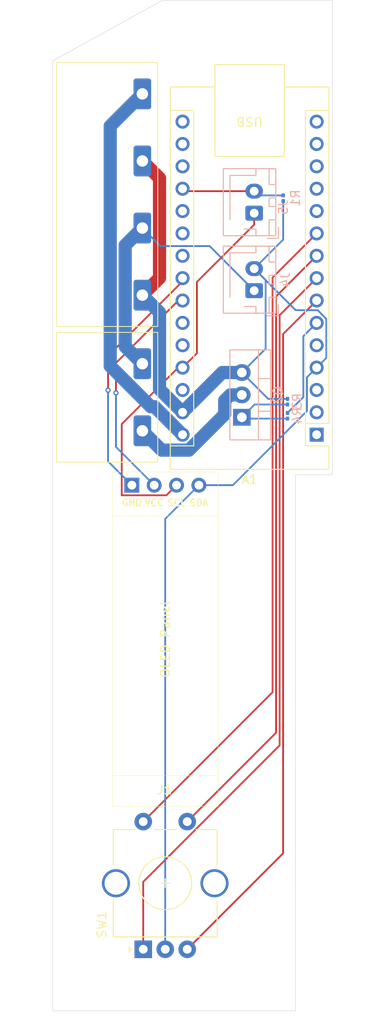
<source format=kicad_pcb>
(kicad_pcb (version 20241229) (generator "pcbnew") (generator_version "9.0")
  (layers (0 "F.Cu" signal) (2 "B.Cu" signal) (13 "F.Paste" user) (15 "B.Paste" user) (5 "F.SilkS" user "F.Silkscreen") (7 "B.SilkS" user "B.Silkscreen") (1 "F.Mask" user) (3 "B.Mask" user) (25 "Edge.Cuts" user))
  (net 0 "")
  (net 3 "GND")
  (net 5 "/Thermistor")
  (net 6 "/EC11SWA")
  (net 7 "/EC11B")
  (net 8 "/EC11SWB")
  (net 14 "+12V")
  (net 16 "/SCL")
  (net 17 "/EC11A")
  (net 19 "/Heater")
  (net 22 "/SDA")
  (net 26 "+5V")
  (net 30 "/Heater GND")
  (net 31 "Net-(Q2-G)")
  (net 32 "+24V")
  (footprint "KICADCustom:SSD1306-0.91-OLED-4pin-128x32" (layer "F.Cu") (at 129.215 122.685 90)
    (property "Reference" "J1" (at 1.9 5.91 0) (layer "F.SilkS"))
    (property "Value" "0.91in OLED Display")
    (fp_line (start 38 0) (end 0 0) (stroke (width 0.04)) (layer "F.SilkS"))
    (fp_line (start 33 0) (end 33 12) (stroke (width 0.04)) (layer "F.SilkS"))
    (fp_line (start 3.5 0) (end 3.5 12) (stroke (width 0.04)) (layer "F.SilkS"))
    (fp_line (start 0 0) (end 0 12) (stroke (width 0.04)) (layer "F.SilkS"))
    (fp_line (start 38 12) (end 38 0) (stroke (width 0.04)) (layer "F.SilkS"))
    (fp_line (start 0 12) (end 38 12) (stroke (width 0.04)) (layer "F.SilkS"))
    (fp_text user "VCC" (at 34.5 4.73 0) (layer "F.SilkS") (effects (font (size 0.75 0.75))))
    (fp_text user "GND" (at 34.5 2.19 0) (layer "F.SilkS") (effects (font (size 0.75 0.75))))
    (fp_text user "OLED Panel" (at 19 6 90) (layer "F.SilkS"))
    (fp_text user "SDA" (at 34.5 9.81 0) (layer "F.SilkS") (effects (font (size 0.75 0.75))))
    (fp_text user "SCL" (at 34.5 7.27 0) (layer "F.SilkS") (effects (font (size 0.75 0.75))))
    (pad "1" thru_hole rect (at 36.5 2.19 90) (size 1.7 1.7) (drill 1) (layers "*.Cu" "*.Mask") (net 22 "/SDA"))
    (pad "2" thru_hole oval (at 36.5 4.73 90) (size 1.7 1.7) (drill 1) (layers "*.Cu" "*.Mask") (net 16 "/SCL"))
    (pad "3" thru_hole oval (at 36.5 7.27 90) (size 1.7 1.7) (drill 1) (layers "*.Cu" "*.Mask") (net 26 "+5V"))
    (pad "4" thru_hole oval (at 36.5 9.81 90) (size 1.7 1.7) (drill 1) (layers "*.Cu" "*.Mask") (net 3 "GND"))
  )
  (footprint "MountingHole:MountingHole_3.2mm_M3" (layer "F.Cu") (at 146.5 142.4)
    (property "Reference" "REF**" (hide yes))
    (property "Value" "MountingHole_3.2mm_M3")
    (pad "" np_thru_hole circle (at 0 0) (size 3.2 3.2) (drill 3.2) (layers "*.Cu" "*.Mask"))
  )
  (footprint "Rotary_Encoder:RotaryEncoder_Alps_EC11E-Switch_Vertical_H20mm_CircularMountingHoles" (layer "F.Cu") (at 132.7 138.9 90)
    (property "Reference" "SW1" (at 2.8 -4.7 90) (layer "F.SilkS"))
    (property "Value" "EC11 RotaryEncoder_Switch")
    (fp_line (start 13.6 -3.4) (end 13.6 -1) (stroke (width 0.12)) (layer "F.SilkS"))
    (fp_line (start 9.5 -3.4) (end 13.6 -3.4) (stroke (width 0.12)) (layer "F.SilkS"))
    (fp_line (start 5.5 -3.4) (end 1.4 -3.4) (stroke (width 0.12)) (layer "F.SilkS"))
    (fp_line (start 1.4 -3.4) (end 1.4 8.4) (stroke (width 0.12)) (layer "F.SilkS"))
    (fp_line (start 0.3 -1.6) (end 0 -1.3) (stroke (width 0.12)) (layer "F.SilkS"))
    (fp_line (start -0.3 -1.6) (end 0.3 -1.6) (stroke (width 0.12)) (layer "F.SilkS"))
    (fp_line (start 0 -1.3) (end -0.3 -1.6) (stroke (width 0.12)) (layer "F.SilkS"))
    (fp_line (start 13.6 1.2) (end 13.6 3.8) (stroke (width 0.12)) (layer "F.SilkS"))
    (fp_line (start 7.5 2) (end 7.5 3) (stroke (width 0.12)) (layer "F.SilkS"))
    (fp_line (start 7 2.5) (end 8 2.5) (stroke (width 0.12)) (layer "F.SilkS"))
    (fp_line (start 13.6 6) (end 13.6 8.4) (stroke (width 0.12)) (layer "F.SilkS"))
    (fp_line (start 13.6 8.4) (end 9.5 8.4) (stroke (width 0.12)) (layer "F.SilkS"))
    (fp_line (start 5.5 8.4) (end 1.4 8.4) (stroke (width 0.12)) (layer "F.SilkS"))
    (fp_circle (center 7.5 2.5) (end 10.5 2.5) (stroke (width 0.12)) (fill no) (layer "F.SilkS"))
    (pad "A" thru_hole rect (at 0 0 90) (size 2 2) (drill 1) (layers "*.Cu" "*.Mask") (net 17 "/EC11A"))
    (pad "B" thru_hole circle (at 0 5 90) (size 2 2) (drill 1) (layers "*.Cu" "*.Mask") (net 7 "/EC11B"))
    (pad "C" thru_hole circle (at 0 2.5 90) (size 2 2) (drill 1) (layers "*.Cu" "*.Mask") (net 3 "GND"))
    (pad "MP" thru_hole circle (at 7.5 -3.1 90) (size 3.2 3.2) (drill 2.6) (layers "*.Cu" "*.Mask"))
    (pad "MP" thru_hole circle (at 7.5 8.1 90) (size 3.2 3.2) (drill 2.6) (layers "*.Cu" "*.Mask"))
    (pad "S1" thru_hole circle (at 14.5 5 90) (size 2 2) (drill 1) (layers "*.Cu" "*.Mask") (net 6 "/EC11SWA"))
    (pad "S2" thru_hole circle (at 14.5 0 90) (size 2 2) (drill 1) (layers "*.Cu" "*.Mask") (net 8 "/EC11SWB"))
  )
  (footprint "MountingHole:MountingHole_3.2mm_M3" (layer "F.Cu") (at 136.3 34.6)
    (property "Reference" "REF**" (hide yes))
    (property "Value" "MountingHole_3.2mm_M3")
    (pad "" np_thru_hole circle (at 0 0) (size 3.2 3.2) (drill 3.2) (layers "*.Cu" "*.Mask"))
  )
  (footprint "KICADCustom:Screw Terminal 2 Pin 7.62mmP" (layer "F.Cu") (at 132.6 72.39 -90)
    (property "Reference" "J6" (hide yes))
    (property "Value" "Screw_Terminal_01x02")
    (fp_rect (start -3.56 -1.75) (end 11.18 9.75) (stroke (width 0.1)) (fill no) (layer "F.SilkS"))
    (pad "1" thru_hole roundrect (at 0 0 270) (size 3.5 2) (drill 1.3) (layers "*.Cu" "*.Mask") (roundrect_rratio 0.15) (net 32 "+24V"))
    (pad "2" thru_hole roundrect (at 7.62 0 270) (size 3.5 2) (drill 1.3) (layers "*.Cu" "*.Mask") (roundrect_rratio 0.15) (net 30 "/Heater GND"))
  )
  (footprint "MountingHole:MountingHole_3.2mm_M3" (layer "F.Cu") (at 150.7 34.6)
    (property "Reference" "REF**" (hide yes))
    (property "Value" "MountingHole_3.2mm_M3")
    (pad "" np_thru_hole circle (at 0 0) (size 3.2 3.2) (drill 3.2) (layers "*.Cu" "*.Mask"))
  )
  (footprint "MountingHole:MountingHole_3.2mm_M3" (layer "F.Cu") (at 125.9 142.4)
    (property "Reference" "REF**" (hide yes))
    (property "Value" "MountingHole_3.2mm_M3")
    (pad "" np_thru_hole circle (at 0 0) (size 3.2 3.2) (drill 3.2) (layers "*.Cu" "*.Mask"))
  )
  (footprint "KICADCustom:Screw Terminal 4 Pin 7.62mmP" (layer "F.Cu") (at 132.6 41.74 -90)
    (property "Reference" "J2" (hide yes))
    (property "Value" "Screw_Terminal_01x04 IN")
    (fp_rect (start -3.56 -1.75) (end 26.42 9.75) (stroke (width 0.1)) (fill no) (layer "F.SilkS"))
    (pad "1" thru_hole roundrect (at 0 0 270) (size 3.5 2) (drill 1.3) (layers "*.Cu" "*.Mask") (roundrect_rratio 0.15) (net 14 "+12V"))
    (pad "2" thru_hole roundrect (at 7.62 0 270) (size 3.5 2) (drill 1.3) (layers "*.Cu" "*.Mask") (roundrect_rratio 0.15) (net 3 "GND"))
    (pad "3" thru_hole roundrect (at 15.24 0 270) (size 3.5 2) (drill 1.3) (layers "*.Cu" "*.Mask") (roundrect_rratio 0.15) (net 32 "+24V"))
    (pad "4" thru_hole roundrect (at 22.86 0 270) (size 3.5 2) (drill 1.3) (layers "*.Cu" "*.Mask") (roundrect_rratio 0.15) (net 3 "GND"))
  )
  (footprint "Module:Arduino_Nano" (layer "F.Cu") (at 152.41 80.45 180)
    (property "Reference" "A1" (at 7.62 -5.08 0) (layer "F.SilkS"))
    (property "Value" "Arduino_Nano_v3.x")
    (fp_line (start 16.64 39.5) (end 16.64 -3.94) (stroke (width 0.12)) (layer "F.SilkS"))
    (fp_line (start 16.64 39.5) (end 11.56 39.5) (stroke (width 0.12)) (layer "F.SilkS"))
    (fp_line (start 16.64 -3.94) (end -1.4 -3.94) (stroke (width 0.12)) (layer "F.SilkS"))
    (fp_line (start 13.97 36.83) (end 16.64 36.83) (stroke (width 0.12)) (layer "F.SilkS"))
    (fp_line (start 13.97 -1.27) (end 16.64 -1.27) (stroke (width 0.12)) (layer "F.SilkS"))
    (fp_line (start 13.97 -1.27) (end 13.97 36.83) (stroke (width 0.12)) (layer "F.SilkS"))
    (fp_line (start 11.56 42.04) (end 3.68 42.04) (stroke (width 0.12)) (layer "F.SilkS"))
    (fp_line (start 11.56 31.62) (end 11.56 42.04) (stroke (width 0.12)) (layer "F.SilkS"))
    (fp_line (start 3.68 42.04) (end 3.68 31.62) (stroke (width 0.12)) (layer "F.SilkS"))
    (fp_line (start 3.68 31.62) (end 11.56 31.62) (stroke (width 0.12)) (layer "F.SilkS"))
    (fp_line (start 1.27 36.83) (end -1.4 36.83) (stroke (width 0.12)) (layer "F.SilkS"))
    (fp_line (start 1.27 1.27) (end 1.27 36.83) (stroke (width 0.12)) (layer "F.SilkS"))
    (fp_line (start 1.27 1.27) (end 1.27 -1.27) (stroke (width 0.12)) (layer "F.SilkS"))
    (fp_line (start 1.27 1.27) (end -1.4 1.27) (stroke (width 0.12)) (layer "F.SilkS"))
    (fp_line (start 1.27 -1.27) (end -1.4 -1.27) (stroke (width 0.12)) (layer "F.SilkS"))
    (fp_line (start -1.4 39.5) (end 3.68 39.5) (stroke (width 0.12)) (layer "F.SilkS"))
    (fp_line (start -1.4 1.27) (end -1.4 39.5) (stroke (width 0.12)) (layer "F.SilkS"))
    (fp_line (start -1.4 -3.94) (end -1.4 -1.27) (stroke (width 0.12)) (layer "F.SilkS"))
    (fp_text user "USB" (at 7.62 35.56 180) (layer "F.SilkS"))
    (pad "1" thru_hole rect (at 0 0 180) (size 1.6 1.6) (drill 1) (layers "*.Cu" "*.Mask"))
    (pad "2" thru_hole oval (at 0 2.54 180) (size 1.6 1.6) (drill 1) (layers "*.Cu" "*.Mask"))
    (pad "3" thru_hole oval (at 0 5.08 180) (size 1.6 1.6) (drill 1) (layers "*.Cu" "*.Mask"))
    (pad "4" thru_hole oval (at 0 7.62 180) (size 1.6 1.6) (drill 1) (layers "*.Cu" "*.Mask") (net 3 "GND"))
    (pad "5" thru_hole oval (at 0 10.16 180) (size 1.6 1.6) (drill 1) (layers "*.Cu" "*.Mask"))
    (pad "6" thru_hole oval (at 0 12.7 180) (size 1.6 1.6) (drill 1) (layers "*.Cu" "*.Mask") (net 19 "/Heater"))
    (pad "7" thru_hole oval (at 0 15.24 180) (size 1.6 1.6) (drill 1) (layers "*.Cu" "*.Mask") (net 7 "/EC11B"))
    (pad "8" thru_hole oval (at 0 17.78 180) (size 1.6 1.6) (drill 1) (layers "*.Cu" "*.Mask") (net 17 "/EC11A"))
    (pad "9" thru_hole oval (at 0 20.32 180) (size 1.6 1.6) (drill 1) (layers "*.Cu" "*.Mask") (net 6 "/EC11SWA"))
    (pad "10" thru_hole oval (at 0 22.86 180) (size 1.6 1.6) (drill 1) (layers "*.Cu" "*.Mask") (net 8 "/EC11SWB"))
    (pad "11" thru_hole oval (at 0 25.4 180) (size 1.6 1.6) (drill 1) (layers "*.Cu" "*.Mask"))
    (pad "12" thru_hole oval (at 0 27.94 180) (size 1.6 1.6) (drill 1) (layers "*.Cu" "*.Mask"))
    (pad "13" thru_hole oval (at 0 30.48 180) (size 1.6 1.6) (drill 1) (layers "*.Cu" "*.Mask"))
    (pad "14" thru_hole oval (at 0 33.02 180) (size 1.6 1.6) (drill 1) (layers "*.Cu" "*.Mask"))
    (pad "15" thru_hole oval (at 0 35.56 180) (size 1.6 1.6) (drill 1) (layers "*.Cu" "*.Mask"))
    (pad "16" thru_hole oval (at 15.24 35.56 180) (size 1.6 1.6) (drill 1) (layers "*.Cu" "*.Mask"))
    (pad "17" thru_hole oval (at 15.24 33.02 180) (size 1.6 1.6) (drill 1) (layers "*.Cu" "*.Mask"))
    (pad "18" thru_hole oval (at 15.24 30.48 180) (size 1.6 1.6) (drill 1) (layers "*.Cu" "*.Mask"))
    (pad "19" thru_hole oval (at 15.24 27.94 180) (size 1.6 1.6) (drill 1) (layers "*.Cu" "*.Mask") (net 5 "/Thermistor"))
    (pad "20" thru_hole oval (at 15.24 25.4 180) (size 1.6 1.6) (drill 1) (layers "*.Cu" "*.Mask"))
    (pad "21" thru_hole oval (at 15.24 22.86 180) (size 1.6 1.6) (drill 1) (layers "*.Cu" "*.Mask"))
    (pad "22" thru_hole oval (at 15.24 20.32 180) (size 1.6 1.6) (drill 1) (layers "*.Cu" "*.Mask"))
    (pad "23" thru_hole oval (at 15.24 17.78 180) (size 1.6 1.6) (drill 1) (layers "*.Cu" "*.Mask") (net 22 "/SDA"))
    (pad "24" thru_hole oval (at 15.24 15.24 180) (size 1.6 1.6) (drill 1) (layers "*.Cu" "*.Mask") (net 16 "/SCL"))
    (pad "25" thru_hole oval (at 15.24 12.7 180) (size 1.6 1.6) (drill 1) (layers "*.Cu" "*.Mask"))
    (pad "26" thru_hole oval (at 15.24 10.16 180) (size 1.6 1.6) (drill 1) (layers "*.Cu" "*.Mask"))
    (pad "27" thru_hole oval (at 15.24 7.62 180) (size 1.6 1.6) (drill 1) (layers "*.Cu" "*.Mask") (net 26 "+5V"))
    (pad "28" thru_hole oval (at 15.24 5.08 180) (size 1.6 1.6) (drill 1) (layers "*.Cu" "*.Mask"))
    (pad "29" thru_hole oval (at 15.24 2.54 180) (size 1.6 1.6) (drill 1) (layers "*.Cu" "*.Mask") (net 3 "GND"))
    (pad "30" thru_hole oval (at 15.24 0 180) (size 1.6 1.6) (drill 1) (layers "*.Cu" "*.Mask") (net 14 "+12V"))
  )
  (footprint "Resistor_SMD:R_0201_0603Metric" (layer "B.Cu") (at 149.1 78.3 -90)
    (property "Reference" "R4" (at 0 -1.1 90) (layer "B.SilkS") (effects (justify mirror)))
    (property "Value" "R220")
    (pad "1" smd roundrect (at -0.32 0 270) (size 0.46 0.4) (layers "B.Cu" "B.Mask") (net 19 "/Heater"))
    (pad "2" smd roundrect (at 0.32 0 270) (size 0.46 0.4) (layers "B.Cu" "B.Mask") (net 31 "Net-(Q2-G)"))
  )
  (footprint "Package_TO_SOT_THT:TO-220-3_Vertical" (layer "B.Cu") (at 143.91 78.47 90)
    (property "Reference" "Q2" (at 2.54 4.1 90) (layer "B.SilkS") (effects (justify mirror)))
    (property "Value" "IRLZ34N")
    (fp_line (start -2.57 -1.36) (end 7.65 -1.36) (stroke (width 0.12)) (layer "B.SilkS"))
    (fp_line (start -2.57 1.88) (end 7.65 1.88) (stroke (width 0.12)) (layer "B.SilkS"))
    (fp_line (start 7.65 3.26) (end 7.65 -1.36) (stroke (width 0.12)) (layer "B.SilkS"))
    (fp_line (start 4.39 3.26) (end 4.39 1.88) (stroke (width 0.12)) (layer "B.SilkS"))
    (fp_line (start 0.69 3.26) (end 0.69 1.88) (stroke (width 0.12)) (layer "B.SilkS"))
    (fp_line (start -2.57 3.26) (end -2.57 -1.36) (stroke (width 0.12)) (layer "B.SilkS"))
    (fp_line (start -2.57 3.26) (end 7.65 3.26) (stroke (width 0.12)) (layer "B.SilkS"))
    (pad "1" thru_hole rect (at 0 0 90) (size 1.905 2) (drill 1.1) (layers "*.Cu" "*.Mask") (net 31 "Net-(Q2-G)"))
    (pad "2" thru_hole oval (at 2.54 0 90) (size 1.905 2) (drill 1.1) (layers "*.Cu" "*.Mask") (net 30 "/Heater GND"))
    (pad "3" thru_hole oval (at 5.08 0 90) (size 1.905 2) (drill 1.1) (layers "*.Cu" "*.Mask") (net 3 "GND"))
  )
  (footprint "Resistor_SMD:R_0201_0603Metric" (layer "B.Cu") (at 148.61 53.59 90)
    (property "Reference" "R1" (at 0 1.39 90) (layer "B.SilkS") (effects (justify mirror)))
    (property "Value" "R100k")
    (pad "1" smd roundrect (at -0.32 0 90) (size 0.46 0.4) (layers "B.Cu" "B.Mask") (net 3 "GND"))
    (pad "2" smd roundrect (at 0.32 0 90) (size 0.46 0.4) (layers "B.Cu" "B.Mask") (net 5 "/Thermistor"))
  )
  (footprint "Resistor_SMD:R_0201_0603Metric" (layer "B.Cu") (at 149.1 76.7 -90)
    (property "Reference" "R3" (at 0 -1.1 90) (layer "B.SilkS") (effects (justify mirror)))
    (property "Value" "R10k")
    (pad "1" smd roundrect (at -0.32 0 270) (size 0.46 0.4) (layers "B.Cu" "B.Mask") (net 3 "GND"))
    (pad "2" smd roundrect (at 0.32 0 270) (size 0.46 0.4) (layers "B.Cu" "B.Mask") (net 31 "Net-(Q2-G)"))
  )
  (footprint "Connector_JST:JST_XH_B2B-XH-AM_1x02_P2.50mm_Vertical" (layer "B.Cu") (at 145.31 64.09 90)
    (property "Reference" "J4" (at 1.25 3.55 90) (layer "B.SilkS") (effects (justify mirror)))
    (property "Value" "24V Fan")
    (fp_line (start 5.06 -3.51) (end 5.06 2.46) (stroke (width 0.12)) (layer "B.SilkS"))
    (fp_line (start -2.56 -3.51) (end 5.06 -3.51) (stroke (width 0.12)) (layer "B.SilkS"))
    (fp_line (start 4.3 -2.75) (end 1.25 -2.75) (stroke (width 0.12)) (layer "B.SilkS"))
    (fp_line (start 1.25 -2.75) (end -0.74 -2.75) (stroke (width 0.12)) (layer "B.SilkS"))
    (fp_line (start 5.05 0.2) (end 4.3 0.2) (stroke (width 0.12)) (layer "B.SilkS"))
    (fp_line (start 4.3 0.2) (end 4.3 -2.75) (stroke (width 0.12)) (layer "B.SilkS"))
    (fp_line (start -1.8 0.2) (end -1.8 -1.14) (stroke (width 0.12)) (layer "B.SilkS"))
    (fp_line (start -2.55 0.2) (end -1.8 0.2) (stroke (width 0.12)) (layer "B.SilkS"))
    (fp_line (start 5.05 1.7) (end 5.05 2.45) (stroke (width 0.12)) (layer "B.SilkS"))
    (fp_line (start 3.25 1.7) (end 5.05 1.7) (stroke (width 0.12)) (layer "B.SilkS"))
    (fp_line (start 1.75 1.7) (end 1.75 2.45) (stroke (width 0.12)) (layer "B.SilkS"))
    (fp_line (start 0.75 1.7) (end 1.75 1.7) (stroke (width 0.12)) (layer "B.SilkS"))
    (fp_line (start -0.75 1.7) (end -0.75 2.45) (stroke (width 0.12)) (layer "B.SilkS"))
    (fp_line (start -2.55 1.7) (end -0.75 1.7) (stroke (width 0.12)) (layer "B.SilkS"))
    (fp_line (start 5.05 2.45) (end 3.25 2.45) (stroke (width 0.12)) (layer "B.SilkS"))
    (fp_line (start 3.25 2.45) (end 3.25 1.7) (stroke (width 0.12)) (layer "B.SilkS"))
    (fp_line (start 1.75 2.45) (end 0.75 2.45) (stroke (width 0.12)) (layer "B.SilkS"))
    (fp_line (start 0.75 2.45) (end 0.75 1.7) (stroke (width 0.12)) (layer "B.SilkS"))
    (fp_line (start -0.75 2.45) (end -2.55 2.45) (stroke (width 0.12)) (layer "B.SilkS"))
    (fp_line (start -2.55 2.45) (end -2.55 1.7) (stroke (width 0.12)) (layer "B.SilkS"))
    (fp_line (start 5.06 2.46) (end -2.56 2.46) (stroke (width 0.12)) (layer "B.SilkS"))
    (fp_line (start -2.56 2.46) (end -2.56 -3.51) (stroke (width 0.12)) (layer "B.SilkS"))
    (fp_line (start -1.6 2.75) (end -2.85 2.75) (stroke (width 0.12)) (layer "B.SilkS"))
    (fp_line (start -2.85 2.75) (end -2.85 1.5) (stroke (width 0.12)) (layer "B.SilkS"))
    (pad "" np_thru_hole circle (at -1.6 -2 90) (size 1.2 1.2) (drill 1.2) (layers "*.Cu" "*.Mask"))
    (pad "1" thru_hole roundrect (at 0 0 90) (size 1.7 2) (drill 1) (layers "*.Cu" "*.Mask") (roundrect_rratio 0.147059) (net 32 "+24V"))
    (pad "2" thru_hole oval (at 2.5 0 90) (size 1.7 2) (drill 1) (layers "*.Cu" "*.Mask") (net 3 "GND"))
  )
  (footprint "Connector_JST:JST_XH_B2B-XH-AM_1x02_P2.50mm_Vertical" (layer "B.Cu") (at 145.31 55.29 90)
    (property "Reference" "J5" (at 0.66875 3.31625 90) (layer "B.SilkS") (effects (justify mirror)))
    (property "Value" "Thermistor")
    (fp_line (start 5.06 -3.51) (end 5.06 2.46) (stroke (width 0.12)) (layer "B.SilkS"))
    (fp_line (start -2.56 -3.51) (end 5.06 -3.51) (stroke (width 0.12)) (layer "B.SilkS"))
    (fp_line (start 4.3 -2.75) (end 1.25 -2.75) (stroke (width 0.12)) (layer "B.SilkS"))
    (fp_line (start 1.25 -2.75) (end -0.74 -2.75) (stroke (width 0.12)) (layer "B.SilkS"))
    (fp_line (start 5.05 0.2) (end 4.3 0.2) (stroke (width 0.12)) (layer "B.SilkS"))
    (fp_line (start 4.3 0.2) (end 4.3 -2.75) (stroke (width 0.12)) (layer "B.SilkS"))
    (fp_line (start -1.8 0.2) (end -1.8 -1.14) (stroke (width 0.12)) (layer "B.SilkS"))
    (fp_line (start -2.55 0.2) (end -1.8 0.2) (stroke (width 0.12)) (layer "B.SilkS"))
    (fp_line (start 5.05 1.7) (end 5.05 2.45) (stroke (width 0.12)) (layer "B.SilkS"))
    (fp_line (start 3.25 1.7) (end 5.05 1.7) (stroke (width 0.12)) (layer "B.SilkS"))
    (fp_line (start 1.75 1.7) (end 1.75 2.45) (stroke (width 0.12)) (layer "B.SilkS"))
    (fp_line (start 0.75 1.7) (end 1.75 1.7) (stroke (width 0.12)) (layer "B.SilkS"))
    (fp_line (start -0.75 1.7) (end -0.75 2.45) (stroke (width 0.12)) (layer "B.SilkS"))
    (fp_line (start -2.55 1.7) (end -0.75 1.7) (stroke (width 0.12)) (layer "B.SilkS"))
    (fp_line (start 5.05 2.45) (end 3.25 2.45) (stroke (width 0.12)) (layer "B.SilkS"))
    (fp_line (start 3.25 2.45) (end 3.25 1.7) (stroke (width 0.12)) (layer "B.SilkS"))
    (fp_line (start 1.75 2.45) (end 0.75 2.45) (stroke (width 0.12)) (layer "B.SilkS"))
    (fp_line (start 0.75 2.45) (end 0.75 1.7) (stroke (width 0.12)) (layer "B.SilkS"))
    (fp_line (start -0.75 2.45) (end -2.55 2.45) (stroke (width 0.12)) (layer "B.SilkS"))
    (fp_line (start -2.55 2.45) (end -2.55 1.7) (stroke (width 0.12)) (layer "B.SilkS"))
    (fp_line (start 5.06 2.46) (end -2.56 2.46) (stroke (width 0.12)) (layer "B.SilkS"))
    (fp_line (start -2.56 2.46) (end -2.56 -3.51) (stroke (width 0.12)) (layer "B.SilkS"))
    (fp_line (start -1.6 2.75) (end -2.85 2.75) (stroke (width 0.12)) (layer "B.SilkS"))
    (fp_line (start -2.85 2.75) (end -2.85 1.5) (stroke (width 0.12)) (layer "B.SilkS"))
    (pad "" np_thru_hole circle (at -1.6 -2 90) (size 1.2 1.2) (drill 1.2) (layers "*.Cu" "*.Mask"))
    (pad "1" thru_hole roundrect (at 0 0 90) (size 1.7 2) (drill 1) (layers "*.Cu" "*.Mask") (roundrect_rratio 0.147059) (net 26 "+5V"))
    (pad "2" thru_hole oval (at 2.5 0 90) (size 1.7 2) (drill 1) (layers "*.Cu" "*.Mask") (net 5 "/Thermistor"))
  )
  (gr_poly (pts (xy 122.4 145.9) (xy 122.4 38) (xy 134.9 31.1) (xy 154.2 31.1) (xy 154.2 85) (xy 150 85) (xy 150 145.9)) (stroke (width 0.05)) (fill no) (layer "Edge.Cuts"))
  (segment (start 134.551 62.649) (end 132.6 64.6) (width 1.5) (layer "F.Cu") (net 3))
  (segment (start 132.6 49.36) (end 134.551 51.311) (width 1.5) (layer "F.Cu") (net 3))
  (segment (start 134.551 51.311) (end 134.551 62.649) (width 1.5) (layer "F.Cu") (net 3))
  (segment (start 135.2 90.01) (end 139.025 86.185) (width 0.2) (layer "B.Cu") (net 3))
  (segment (start 151.309 73.931) (end 152.41 72.83) (width 0.2) (layer "B.Cu") (net 3))
  (segment (start 142.88987 86.185) (end 151.309 77.76587) (width 0.2) (layer "B.Cu") (net 3))
  (segment (start 148.61 53.91) (end 148.61 58.29) (width 0.2) (layer "B.Cu") (net 3))
  (segment (start 153.511 67.29395) (end 152.52805 66.311) (width 0.2) (layer "B.Cu") (net 3))
  (segment (start 134.551 75.291) (end 137.17 77.91) (width 1.5) (layer "B.Cu") (net 3))
  (segment (start 151.309 77.76587) (end 151.309 73.931) (width 0.2) (layer "B.Cu") (net 3))
  (segment (start 152.41 72.83) (end 153.511 71.729) (width 0.2) (layer "B.Cu") (net 3))
  (segment (start 137.17 77.91) (end 141.69 73.39) (width 1.5) (layer "B.Cu") (net 3))
  (segment (start 152.52805 66.311) (end 150.031 66.311) (width 0.2) (layer "B.Cu") (net 3))
  (segment (start 145.31 61.59) (end 146.611 62.891) (width 0.2) (layer "B.Cu") (net 3))
  (segment (start 139.025 86.185) (end 142.88987 86.185) (width 0.2) (layer "B.Cu") (net 3))
  (segment (start 134.551 66.551) (end 134.551 75.291) (width 1.5) (layer "B.Cu") (net 3))
  (segment (start 132.6 64.6) (end 134.551 66.551) (width 1.5) (layer "B.Cu") (net 3))
  (segment (start 146.611 70.689) (end 143.91 73.39) (width 0.2) (layer "B.Cu") (net 3))
  (segment (start 153.511 71.729) (end 153.511 67.29395) (width 0.2) (layer "B.Cu") (net 3))
  (segment (start 135.2 138.9) (end 135.2 90.01) (width 0.2) (layer "B.Cu") (net 3))
  (segment (start 148.61 58.29) (end 145.31 61.59) (width 0.2) (layer "B.Cu") (net 3))
  (segment (start 141.69 73.39) (end 143.91 73.39) (width 1.5) (layer "B.Cu") (net 3))
  (segment (start 150.031 66.311) (end 145.31 61.59) (width 0.2) (layer "B.Cu") (net 3))
  (segment (start 146.611 62.891) (end 146.611 70.689) (width 0.2) (layer "B.Cu") (net 3))
  (segment (start 146.9 76.38) (end 143.91 73.39) (width 0.2) (layer "B.Cu") (net 3))
  (segment (start 149.1 76.38) (end 146.9 76.38) (width 0.2) (layer "B.Cu") (net 3))
  (segment (start 145.31 52.79) (end 137.45 52.79) (width 0.2) (layer "F.Cu") (net 5))
  (segment (start 137.45 52.79) (end 137.17 52.51) (width 0.2) (layer "F.Cu") (net 5))
  (segment (start 148.61 53.27) (end 145.79 53.27) (width 0.2) (layer "B.Cu") (net 5))
  (segment (start 147.801 64.739) (end 152.41 60.13) (width 0.2) (layer "F.Cu") (net 6))
  (segment (start 147.801 114.299) (end 147.801 64.739) (width 0.2) (layer "F.Cu") (net 6))
  (segment (start 137.7 124.4) (end 147.801 114.299) (width 0.2) (layer "F.Cu") (net 6))
  (segment (start 137.7 138.9) (end 148.6 128) (width 0.2) (layer "F.Cu") (net 7))
  (segment (start 148.6 115.906992) (end 148.603 115.903992) (width 0.2) (layer "F.Cu") (net 7))
  (segment (start 148.6 128) (end 148.6 115.906992) (width 0.2) (layer "F.Cu") (net 7))
  (segment (start 148.603 115.903992) (end 148.603 69.017) (width 0.2) (layer "F.Cu") (net 7))
  (segment (start 148.603 69.017) (end 152.41 65.21) (width 0.2) (layer "F.Cu") (net 7))
  (segment (start 132.7 124.4) (end 147.4 109.7) (width 0.2) (layer "F.Cu") (net 8))
  (segment (start 147.4 62.6) (end 152.41 57.59) (width 0.2) (layer "F.Cu") (net 8))
  (segment (start 147.4 109.7) (end 147.4 62.6) (width 0.2) (layer "F.Cu") (net 8))
  (segment (start 128.948 45.392) (end 128.948 72.657182) (width 1.5) (layer "B.Cu") (net 14))
  (segment (start 133.992789 77.272789) (end 137.17 80.45) (width 1.5) (layer "B.Cu") (net 14))
  (segment (start 132.6 41.74) (end 128.948 45.392) (width 1.5) (layer "B.Cu") (net 14))
  (segment (start 128.948 72.657182) (end 133.563607 77.272789) (width 1.5) (layer "B.Cu") (net 14))
  (segment (start 133.563607 77.272789) (end 133.992789 77.272789) (width 1.5) (layer "B.Cu") (net 14))
  (segment (start 129.6 72.3) (end 136.69 65.21) (width 0.2) (layer "F.Cu") (net 16))
  (segment (start 129.6 75.7) (end 129.6 72.3) (width 0.2) (layer "F.Cu") (net 16))
  (segment (start 136.69 65.21) (end 137.17 65.21) (width 0.2) (layer "F.Cu") (net 16))
  (via (at 129.6 75.7) (size 0.6) (drill 0.3) (layers "F.Cu" "B.Cu") (net 16))
  (segment (start 129.6 81.84) (end 129.6 75.7) (width 0.2) (layer "B.Cu") (net 16))
  (segment (start 133.945 86.185) (end 129.6 81.84) (width 0.2) (layer "B.Cu") (net 16))
  (segment (start 132.7 138.9) (end 132.7 131.239892) (width 0.2) (layer "F.Cu") (net 17))
  (segment (start 148.202 115.737892) (end 148.202 66.878) (width 0.2) (layer "F.Cu") (net 17))
  (segment (start 148.202 66.878) (end 152.41 62.67) (width 0.2) (layer "F.Cu") (net 17))
  (segment (start 132.7 131.239892) (end 148.202 115.737892) (width 0.2) (layer "F.Cu") (net 17))
  (segment (start 149.1 77.98) (end 150.9 76.18) (width 0.2) (layer "B.Cu") (net 19))
  (segment (start 150.9 69.26) (end 152.41 67.75) (width 0.2) (layer "B.Cu") (net 19))
  (segment (start 150.9 76.18) (end 150.9 69.26) (width 0.2) (layer "B.Cu") (net 19))
  (segment (start 128.7 71.499944) (end 137.17 63.029944) (width 0.2) (layer "F.Cu") (net 22))
  (segment (start 128.7 75.4) (end 128.7 71.499944) (width 0.2) (layer "F.Cu") (net 22))
  (segment (start 137.17 63.029944) (end 137.17 62.67) (width 0.2) (layer "F.Cu") (net 22))
  (via (at 128.7 75.4) (size 0.6) (drill 0.3) (layers "F.Cu" "B.Cu") (net 22))
  (segment (start 128.7 83.48) (end 128.7 75.4) (width 0.2) (layer "B.Cu") (net 22))
  (segment (start 131.405 86.185) (end 128.7 83.48) (width 0.2) (layer "B.Cu") (net 22))
  (segment (start 138.8 71.2) (end 137.17 72.83) (width 0.2) (layer "F.Cu") (net 26))
  (segment (start 130.254 87.336) (end 130.254 79.246) (width 0.2) (layer "F.Cu") (net 26))
  (segment (start 145.31 55.29) (end 145.31 56.59) (width 0.2) (layer "F.Cu") (net 26))
  (segment (start 138.8 63.1) (end 138.8 71.2) (width 0.2) (layer "F.Cu") (net 26))
  (segment (start 135.334 87.336) (end 130.254 87.336) (width 0.2) (layer "F.Cu") (net 26))
  (segment (start 136.485 86.185) (end 135.334 87.336) (width 0.2) (layer "F.Cu") (net 26))
  (segment (start 145.31 56.59) (end 138.8 63.1) (width 0.2) (layer "F.Cu") (net 26))
  (segment (start 130.254 79.246) (end 136.67 72.83) (width 0.2) (layer "F.Cu") (net 26))
  (segment (start 136.67 72.83) (end 137.17 72.83) (width 0.2) (layer "F.Cu") (net 26))
  (segment (start 141.959 78.137288) (end 141.959 76.5665) (width 1.5) (layer "B.Cu") (net 30))
  (segment (start 132.6 80.01) (end 134.791 82.201) (width 1.5) (layer "B.Cu") (net 30))
  (segment (start 141.959 76.5665) (end 142.5955 75.93) (width 1.5) (layer "B.Cu") (net 30))
  (segment (start 137.895288 82.201) (end 141.959 78.137288) (width 1.5) (layer "B.Cu") (net 30))
  (segment (start 134.791 82.201) (end 137.895288 82.201) (width 1.5) (layer "B.Cu") (net 30))
  (segment (start 142.5955 75.93) (end 143.91 75.93) (width 1.5) (layer "B.Cu") (net 30))
  (segment (start 144.06 78.62) (end 149.1 78.62) (width 0.2) (layer "B.Cu") (net 31))
  (segment (start 143.91 78.47) (end 144.06 78.62) (width 0.2) (layer "B.Cu") (net 31))
  (segment (start 145.36 77.02) (end 143.91 78.47) (width 0.2) (layer "B.Cu") (net 31))
  (segment (start 149.1 77.02) (end 145.36 77.02) (width 0.2) (layer "B.Cu") (net 31))
  (segment (start 145.31 64.09) (end 140.249 59.029) (width 0.2) (layer "B.Cu") (net 32))
  (segment (start 130.649 70.439) (end 130.649 58.931) (width 1.5) (layer "B.Cu") (net 32))
  (segment (start 134.649 59.029) (end 132.6 56.98) (width 0.2) (layer "B.Cu") (net 32))
  (segment (start 130.649 58.931) (end 132.6 56.98) (width 1.5) (layer "B.Cu") (net 32))
  (segment (start 140.249 59.029) (end 134.649 59.029) (width 0.2) (layer "B.Cu") (net 32))
  (segment (start 132.6 72.39) (end 130.649 70.439) (width 1.5) (layer "B.Cu") (net 32))
)
</source>
